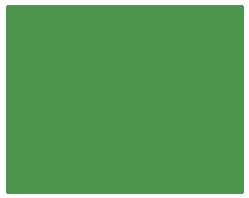
<source format=gbr>
G04 #@! TF.FileFunction,Copper,L2,Bot,Signal*
%FSLAX46Y46*%
G04 Gerber Fmt 4.6, Leading zero omitted, Abs format (unit mm)*
G04 Created by KiCad (PCBNEW 4.0.5) date 02/24/17 03:06:36*
%MOMM*%
%LPD*%
G01*
G04 APERTURE LIST*
%ADD10C,0.127000*%
%ADD11R,2.420000X5.080000*%
%ADD12C,0.970000*%
%ADD13R,0.460000X0.890000*%
%ADD14C,0.355600*%
%ADD15C,0.254000*%
G04 APERTURE END LIST*
D10*
D11*
X9590000Y3042500D03*
X18350000Y3042500D03*
D12*
X9590000Y6482500D03*
X18350000Y6482500D03*
D13*
X9590000Y6032500D03*
X18350000Y6032500D03*
D14*
X8267700Y14909800D03*
X11823700Y14909800D03*
X4711700Y14909800D03*
X1155700Y14909800D03*
X11823700Y11684000D03*
X8267700Y11684000D03*
X4711700Y11684000D03*
X1155700Y11684000D03*
X17310100Y14909800D03*
X17310100Y11684000D03*
D15*
G36*
X19964400Y127000D02*
X127000Y127000D01*
X127000Y15836900D01*
X19964400Y15836900D01*
X19964400Y127000D01*
X19964400Y127000D01*
G37*
X19964400Y127000D02*
X127000Y127000D01*
X127000Y15836900D01*
X19964400Y15836900D01*
X19964400Y127000D01*
M02*

</source>
